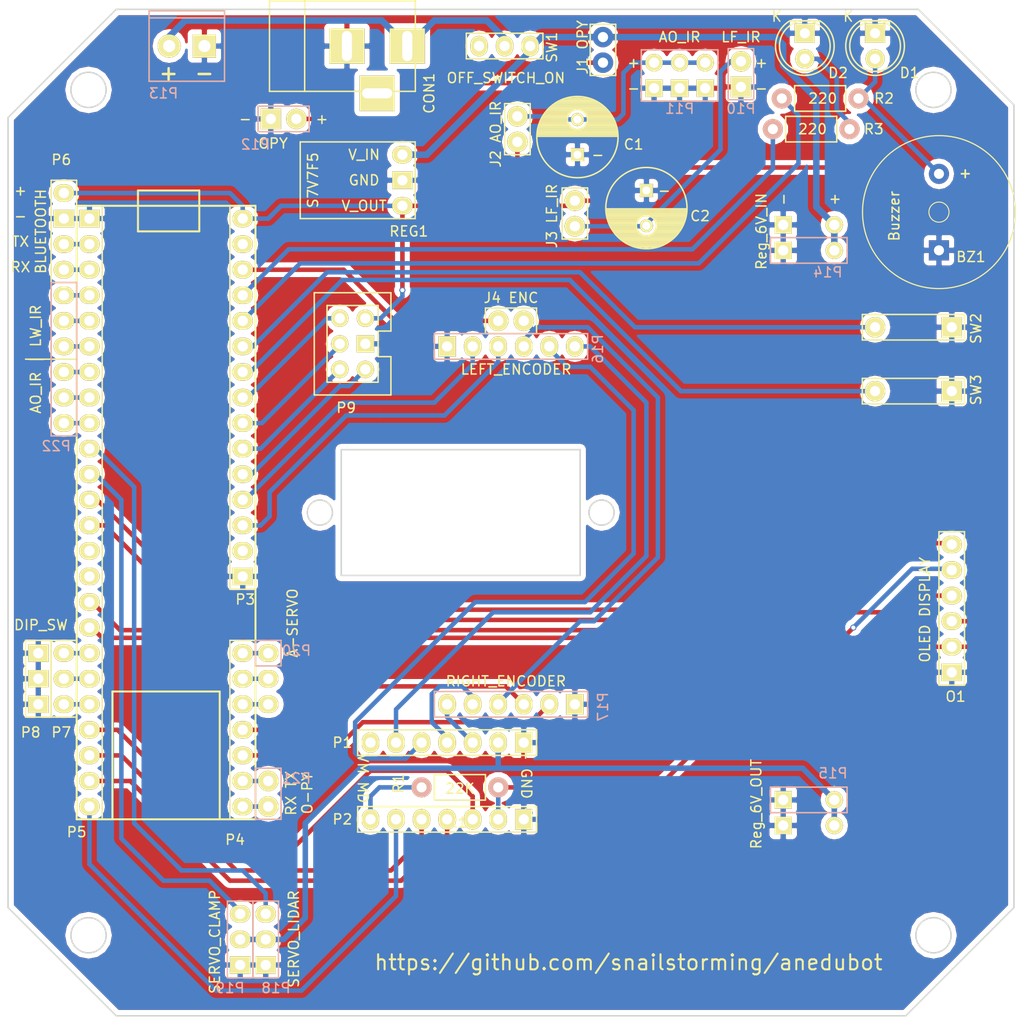
<source format=kicad_pcb>
(kicad_pcb (version 4) (host pcbnew 4.0.7)
  (layers (0 F.Cu signal) (31 B.Cu signal) (34 B.Paste user hide) (35 F.Paste user hide) (36 B.SilkS user) (37 F.SilkS user) (38 B.Mask user) (39 F.Mask user) (44 Edge.Cuts user))
  (net 0 "")
  (net 1 GND)
  (net 2 +5V)
  (net 3 +BATT)
  (net 4 "Net-(D2-Pad2)")
  (net 5 +6V)
  (net 6 O2_B)
  (net 7 O1_B)
  (net 8 O2_A)
  (net 9 O1_A)
  (net 10 "Net-(P5-Pad1)")
  (net 11 "Net-(P11-Pad2)")
  (net 12 "Net-(P25-Pad17)")
  (net 13 "Net-(P25-Pad18)")
  (net 14 "Net-(P25-Pad19)")
  (net 15 "Net-(P25-Pad20)")
  (net 16 "Net-(P25-Pad21)")
  (net 17 "Net-(P25-Pad22)")
  (net 18 "Net-(P25-Pad23)")
  (net 19 "Net-(P32-Pad2)")
  (net 20 "Net-(BZ1-Pad1)")
  (net 21 SERVO_LIDAR_PWM)
  (net 22 SERVO_CLAW_PWM)
  (net 23 A_PH)
  (net 24 A_EN)
  (net 25 B_PH)
  (net 26 B_EN)
  (net 27 "Net-(P24-Pad7)")
  (net 28 "Net-(P24-Pad6)")
  (net 29 "Net-(P24-Pad5)")
  (net 30 "Net-(P11-Pad1)")
  (net 31 R_ENC_B)
  (net 32 R_ENC_A)
  (net 33 L_ENC_A)
  (net 34 L_ENC_B)
  (net 35 BUTTON_2)
  (net 36 BUTTON_1)
  (net 37 RED_LED)
  (net 38 GREEN_LED)
  (net 39 "Net-(P24-Pad22)")
  (net 40 DC)
  (net 41 RES)
  (net 42 D1)
  (net 43 D0)
  (net 44 "Net-(P25-Pad16)")
  (net 45 "Net-(P25-Pad6)")
  (net 46 "Net-(P25-Pad7)")
  (net 47 "Net-(P25-Pad5)")
  (net 48 "Net-(C2-Pad2)")
  (net 49 "Net-(C3-Pad2)")
  (net 50 SCL)
  (net 51 SDA)
  (net 52 X_LEFT)
  (net 53 X_RIGHT)
  (net 54 "Net-(CON1-Pad3)")
  (net 55 "Net-(P16-Pad1)")
  (net 56 "Net-(P4-Pad7)")
  (net 57 "Net-(P16-Pad2)")
  (net 58 LED_13)
  (net 59 "Net-(P24-Pad23)")
  (net 60 "Net-(P25-Pad10)")
  (net 61 "Net-(P25-Pad11)")
  (net 62 "Net-(SW1-Pad3)")
  (module Pin_Headers:Pin_Header_Straight_1x02 (layer F.Cu) (at 69.52 53.645 270)
    (fp_text reference P13 (at 4.699 4.064 360) (layer B.SilkS) (effects (justify mirror)))
    (fp_text value CONN_01X02)
    (pad 1 thru_hole rect (at 0 0 270) (size 2.3 2.3) (drill 1.2) (layers *.Cu *.Mask F.SilkS) (net 1 GND))
    (pad 2 thru_hole oval (at 0 3.5 270) (size 2.3 2.3) (drill 1.2) (layers *.Cu *.Mask F.SilkS) (net 3 +BATT))
  )
  (module Pin_Headers:Pin_Header_Straight_2x02 (layer F.Cu) (at 132.14 128.55 270)
    (fp_text reference P15 (at -2.642 0.136 360) (layer B.SilkS) (effects (justify mirror)))
    (fp_text value Reg_6V_OUT (at 0.406 7.756 270) (layer F.SilkS))
    (pad 1 thru_hole oval (at 0 0 270) (size 1.7272 1.7272) (drill 1.016) (layers *.Cu *.Mask F.SilkS) (net 5 +6V))
    (pad 2 thru_hole oval (at 2.54 0 270) (size 1.7272 1.7272) (drill 1.016) (layers *.Cu *.Mask F.SilkS) (net 5 +6V))
    (pad 3 thru_hole rect (at 0 5.08 270) (size 1.7272 1.7272) (drill 1.016) (layers *.Cu *.Mask F.SilkS) (net 1 GND))
    (pad 4 thru_hole rect (at 2.54 5.08 270) (size 1.7272 1.7272) (drill 1.016) (layers *.Cu *.Mask F.SilkS) (net 1 GND))
  )
  (module Pin_Headers:Pin_Header_Straight_2x02 (layer F.Cu) (at 132.14 71.41 270)
    (fp_text reference P14 (at 4.714 0.644 360) (layer B.SilkS) (effects (justify mirror)))
    (fp_text value Reg_6V_IN (at 0.65 7.248 270) (layer F.SilkS))
    (fp_text user + (at -2.54 0 270) (layer F.SilkS))
    (fp_text user - (at -2.54 5.08 270) (layer F.SilkS))
    (pad 1 thru_hole oval (at 0 0 270) (size 1.7272 1.7272) (drill 1.016) (layers *.Cu *.Mask F.SilkS) (net 55 "Net-(P16-Pad1)"))
    (pad 2 thru_hole oval (at 2.54 0 270) (size 1.7272 1.7272) (drill 1.016) (layers *.Cu *.Mask F.SilkS) (net 55 "Net-(P16-Pad1)"))
    (pad 3 thru_hole rect (at 0 5.08 270) (size 1.7272 1.7272) (drill 1.016) (layers *.Cu *.Mask F.SilkS) (net 1 GND))
    (pad 4 thru_hole rect (at 2.54 5.08 270) (size 1.7272 1.7272) (drill 1.016) (layers *.Cu *.Mask F.SilkS) (net 1 GND))
  )
  (module Pin_Headers:Pin_Header_Straight_1x10 (layer F.Cu) (at 55.55 91.11 180)
    (fp_text reference P22 (at 0.762 -2.286 180) (layer B.SilkS) (effects (justify mirror)))
    (fp_text value "AO_IR | LW_IR" (at 2.794 6.35 270) (layer F.SilkS))
    (pad 1 thru_hole oval (at 0 0 180) (size 2.032 1.7272) (drill 1.016) (layers *.Cu *.Mask F.SilkS) (net 44 "Net-(P25-Pad16)"))
    (pad 2 thru_hole oval (at 0 2.54 180) (size 2.032 1.7272) (drill 1.016) (layers *.Cu *.Mask F.SilkS) (net 12 "Net-(P25-Pad17)"))
    (pad 3 thru_hole oval (at 0 5.08 180) (size 2.032 1.7272) (drill 1.016) (layers *.Cu *.Mask F.SilkS) (net 13 "Net-(P25-Pad18)"))
    (pad 4 thru_hole oval (at 0 7.62 180) (size 2.032 1.7272) (drill 1.016) (layers *.Cu *.Mask F.SilkS) (net 14 "Net-(P25-Pad19)"))
    (pad 5 thru_hole oval (at 0 10.16 180) (size 2.032 1.7272) (drill 1.016) (layers *.Cu *.Mask F.SilkS) (net 15 "Net-(P25-Pad20)"))
    (pad 6 thru_hole oval (at 0 12.7 180) (size 2.032 1.7272) (drill 1.016) (layers *.Cu *.Mask F.SilkS) (net 16 "Net-(P25-Pad21)"))
    (pad 7 thru_hole oval (at 0 15.24 180) (size 2.032 1.7272) (drill 1.016) (layers *.Cu *.Mask F.SilkS) (net 17 "Net-(P25-Pad22)"))
    (pad 8 thru_hole oval (at 0 17.78 180) (size 2.032 1.7272) (drill 1.016) (layers *.Cu *.Mask F.SilkS) (net 18 "Net-(P25-Pad23)"))
    (pad 9 thru_hole rect (at 0 20.32 180) (size 2.032 1.7272) (drill 1.016) (layers *.Cu *.Mask F.SilkS) (net 1 GND))
    (pad 10 thru_hole oval (at 0 22.86 180) (size 2.032 1.7272) (drill 1.016) (layers *.Cu *.Mask F.SilkS) (net 2 +5V))
  )
  (module Pin_Headers:Pin_Header_Straight_1x02 (layer F.Cu) (at 78.664 60.884 270)
    (fp_text reference P12 (at 2.54 4.064 360) (layer B.SilkS) (effects (justify mirror)))
    (fp_text value CONN_RASPY)
    (fp_text user OPY (at 2.4384 2.3114 360) (layer F.SilkS))
    (pad 1 thru_hole oval (at 0 0 270) (size 2.032 2.032) (drill 1.016) (layers *.Cu *.Mask F.SilkS) (net 57 "Net-(P16-Pad2)"))
    (pad 2 thru_hole rect (at 0 2.54 270) (size 2.032 2.032) (drill 1.016) (layers *.Cu *.Mask F.SilkS) (net 1 GND))
  )
  (module Pin_Headers:Pin_Header_Straight_1x03 (layer F.Cu) (at 75.616 139.878)
    (fp_text reference P18 (at 1.016 7.366) (layer B.SilkS) (effects (justify mirror)))
    (fp_text value SERVO_CLAMP (at -5.0546 2.7686 90) (layer F.SilkS))
    (pad 1 thru_hole oval (at 0 0) (size 2.032 1.7272) (drill 1.016) (layers *.Cu *.Mask F.SilkS) (net 22 SERVO_CLAW_PWM))
    (pad 2 thru_hole oval (at 0 2.54) (size 2.032 1.7272) (drill 1.016) (layers *.Cu *.Mask F.SilkS) (net 5 +6V))
    (pad 3 thru_hole rect (at 0 5.08) (size 2.032 1.7272) (drill 1.016) (layers *.Cu *.Mask F.SilkS) (net 1 GND))
  )
  (module Pin_Headers:Pin_Header_Straight_1x03 (layer F.Cu) (at 73.076 139.878)
    (fp_text reference P19 (at -1.016 7.366) (layer B.SilkS) (effects (justify mirror)))
    (fp_text value SERVO_LIDAR (at 5.334 2.4892 90) (layer F.SilkS))
    (pad 1 thru_hole oval (at 0 0) (size 2.032 1.7272) (drill 1.016) (layers *.Cu *.Mask F.SilkS) (net 21 SERVO_LIDAR_PWM))
    (pad 2 thru_hole oval (at 0 2.54) (size 2.032 1.7272) (drill 1.016) (layers *.Cu *.Mask F.SilkS) (net 5 +6V))
    (pad 3 thru_hole rect (at 0 5.08) (size 2.032 1.7272) (drill 1.016) (layers *.Cu *.Mask F.SilkS) (net 1 GND))
  )
  (module Pin_Headers:Pin_Header_Straight_1x06 (layer F.Cu) (at 93.65 119.05 90)
    (fp_text reference P17 (at -0.254 15.494 270) (layer B.SilkS) (effects (justify mirror)))
    (fp_text value RIGHT_ENCODER (at 2.286 5.842 180) (layer F.SilkS))
    (pad 1 thru_hole oval (at 0 0 90) (size 2.032 1.7272) (drill 1.016) (layers *.Cu *.Mask F.SilkS) (net 6 O2_B))
    (pad 2 thru_hole oval (at 0 2.54 90) (size 2.032 1.7272) (drill 1.016) (layers *.Cu *.Mask F.SilkS) (net 7 O1_B))
    (pad 3 thru_hole oval (at 0 5.08 90) (size 2.032 1.7272) (drill 1.016) (layers *.Cu *.Mask F.SilkS) (net 19 "Net-(P32-Pad2)"))
    (pad 4 thru_hole oval (at 0 7.62 90) (size 2.032 1.7272) (drill 1.016) (layers *.Cu *.Mask F.SilkS) (net 32 R_ENC_A))
    (pad 5 thru_hole oval (at 0 10.16 90) (size 2.032 1.7272) (drill 1.016) (layers *.Cu *.Mask F.SilkS) (net 31 R_ENC_B))
    (pad 6 thru_hole rect (at 0 12.7 90) (size 2.032 1.7272) (drill 1.016) (layers *.Cu *.Mask F.SilkS) (net 1 GND))
  )
  (module Pin_Headers:Pin_Header_Straight_1x06 (layer F.Cu) (at 106.35 83.49 270)
    (fp_text reference P16 (at 0.254 -2.286 270) (layer B.SilkS) (effects (justify mirror)))
    (fp_text value LEFT_ENCODER (at 2.286 5.842 360) (layer F.SilkS))
    (pad 1 thru_hole oval (at 0 0 270) (size 2.032 1.7272) (drill 1.016) (layers *.Cu *.Mask F.SilkS) (net 9 O1_A))
    (pad 2 thru_hole oval (at 0 2.54 270) (size 2.032 1.7272) (drill 1.016) (layers *.Cu *.Mask F.SilkS) (net 8 O2_A))
    (pad 3 thru_hole oval (at 0 5.08 270) (size 2.032 1.7272) (drill 1.016) (layers *.Cu *.Mask F.SilkS) (net 19 "Net-(P32-Pad2)"))
    (pad 4 thru_hole oval (at 0 7.62 270) (size 2.032 1.7272) (drill 1.016) (layers *.Cu *.Mask F.SilkS) (net 33 L_ENC_A))
    (pad 5 thru_hole oval (at 0 10.16 270) (size 2.032 1.7272) (drill 1.016) (layers *.Cu *.Mask F.SilkS) (net 34 L_ENC_B))
    (pad 6 thru_hole rect (at 0 12.7 270) (size 2.032 1.7272) (drill 1.016) (layers *.Cu *.Mask F.SilkS) (net 1 GND))
  )
  (module Pin_Headers:Pin_Header_Straight_1x02 (layer F.Cu) (at 75.87 126.67)
    (fp_text reference P21 (at 2.794 -0.254) (layer B.SilkS) (effects (justify mirror)))
    (fp_text value CONN_01X02)
    (pad 1 thru_hole oval (at 0 0) (size 2.032 2.032) (drill 1.016) (layers *.Cu *.Mask F.SilkS) (net 30 "Net-(P11-Pad1)"))
    (pad 2 thru_hole oval (at 0 2.54) (size 2.032 2.032) (drill 1.016) (layers *.Cu *.Mask F.SilkS) (net 11 "Net-(P11-Pad2)"))
  )
  (module Pin_Headers:Pin_Header_Straight_1x03 (layer F.Cu) (at 75.87 113.97)
    (fp_text reference P20 (at 2.794 -0.254) (layer B.SilkS) (effects (justify mirror)))
    (fp_text value CONN_01X03)
    (pad 1 thru_hole oval (at 0 0) (size 2.032 1.7272) (drill 1.016) (layers *.Cu *.Mask F.SilkS) (net 27 "Net-(P24-Pad7)"))
    (pad 2 thru_hole oval (at 0 2.54) (size 2.032 1.7272) (drill 1.016) (layers *.Cu *.Mask F.SilkS) (net 28 "Net-(P24-Pad6)"))
    (pad 3 thru_hole oval (at 0 5.08) (size 2.032 1.7272) (drill 1.016) (layers *.Cu *.Mask F.SilkS) (net 29 "Net-(P24-Pad5)"))
  )
  (module Pin_Headers:Pin_Header_Straight_2x03 (layer F.Cu) (at 114.224 57.836 90)
    (fp_text reference P11 (at -2.032 2.54 180) (layer B.SilkS) (effects (justify mirror)))
    (fp_text value IR_SENSORS)
    (pad 1 thru_hole rect (at 0 0 90) (size 1.7272 1.7272) (drill 1.016) (layers *.Cu *.Mask F.SilkS) (net 1 GND))
    (pad 2 thru_hole oval (at 2.54 0 90) (size 1.7272 1.7272) (drill 1.016) (layers *.Cu *.Mask F.SilkS) (net 49 "Net-(C3-Pad2)"))
    (pad 3 thru_hole rect (at 0 2.54 90) (size 1.7272 1.7272) (drill 1.016) (layers *.Cu *.Mask F.SilkS) (net 1 GND))
    (pad 4 thru_hole oval (at 2.54 2.54 90) (size 1.7272 1.7272) (drill 1.016) (layers *.Cu *.Mask F.SilkS) (net 49 "Net-(C3-Pad2)"))
    (pad 5 thru_hole rect (at 0 5.08 90) (size 1.7272 1.7272) (drill 1.016) (layers *.Cu *.Mask F.SilkS) (net 1 GND))
    (pad 6 thru_hole oval (at 2.54 5.08 90) (size 1.7272 1.7272) (drill 1.016) (layers *.Cu *.Mask F.SilkS) (net 49 "Net-(C3-Pad2)"))
  )
  (module Pin_Headers:Pin_Header_Straight_1x02 (layer F.Cu) (at 122.86 57.709 180)
    (fp_text reference P10 (at 0 -2.159 180) (layer B.SilkS) (effects (justify mirror)))
    (fp_text value AO_IR (at 6.096 4.953 180) (layer F.SilkS))
    (pad 1 thru_hole rect (at 0 0 180) (size 2.032 2.032) (drill 1.016) (layers *.Cu *.Mask F.SilkS) (net 1 GND))
    (pad 2 thru_hole oval (at 0 2.54 180) (size 2.032 2.032) (drill 1.016) (layers *.Cu *.Mask F.SilkS) (net 48 "Net-(C2-Pad2)"))
  )
  (module Pin_Headers:Pin_Header_Straight_1x02 (layer F.Cu) (at 106.35 69.012)
    (fp_text reference "J3 LF_IR" (at -2.286 1.524 90) (layer F.SilkS))
    (fp_text value CONN_01X02)
    (pad 1 thru_hole oval (at 0 0) (size 2.032 2.032) (drill 1.016) (layers *.Cu *.Mask F.SilkS) (net 2 +5V))
    (pad 2 thru_hole oval (at 0 2.54) (size 2.032 2.032) (drill 1.016) (layers *.Cu *.Mask F.SilkS) (net 48 "Net-(C2-Pad2)"))
  )
  (module Pin_Headers:Pin_Header_Straight_1x02 (layer F.Cu) (at 100.635 63.17 180)
    (fp_text reference "J2 AO_IR" (at 2.159 0.762 270) (layer F.SilkS))
    (fp_text value CONN_01X02)
    (pad 1 thru_hole oval (at 0 0 180) (size 2.032 2.032) (drill 1.016) (layers *.Cu *.Mask F.SilkS) (net 2 +5V))
    (pad 2 thru_hole oval (at 0 2.54 180) (size 2.032 2.032) (drill 1.016) (layers *.Cu *.Mask F.SilkS) (net 49 "Net-(C3-Pad2)"))
  )
  (module Pin_Headers:Pin_Header_Straight_1x02 (layer F.Cu) (at 138.735 87.935 270)
    (fp_text reference SW3 (at -0.127 -7.493 270) (layer F.SilkS))
    (fp_text value SW_PUSH)
    (pad 1 thru_hole rect (at 0 -5.08 270) (size 2.032 2.032) (drill 1.016) (layers *.Cu *.Mask F.SilkS) (net 1 GND))
    (pad 2 thru_hole oval (at 0 2.54 270) (size 2.032 2.032) (drill 1.016) (layers *.Cu *.Mask F.SilkS) (net 35 BUTTON_2))
  )
  (module Pin_Headers:Pin_Header_Straight_1x02 (layer F.Cu) (at 138.735 81.585 270)
    (fp_text reference SW2 (at 0.127 -7.493 270) (layer F.SilkS))
    (fp_text value SW_PUSH)
    (pad 1 thru_hole rect (at 0 -5.08 270) (size 2.032 2.032) (drill 1.016) (layers *.Cu *.Mask F.SilkS) (net 1 GND))
    (pad 2 thru_hole oval (at 0 2.54 270) (size 2.032 2.032) (drill 1.016) (layers *.Cu *.Mask F.SilkS) (net 36 BUTTON_1))
  )
  (module Pin_Headers:Pin_Header_Straight_1x07 (layer F.Cu) (at 86.03 130.48 90)
    (fp_text reference P2 (at 0 -2.794 180) (layer F.SilkS))
    (fp_text value MOTOR_DRIVER)
    (pad 1 thru_hole oval (at 0 0 90) (size 2.032 1.7272) (drill 1.016) (layers *.Cu *.Mask F.SilkS) (net 10 "Net-(P5-Pad1)"))
    (pad 2 thru_hole oval (at 0 2.54 90) (size 2.032 1.7272) (drill 1.016) (layers *.Cu *.Mask F.SilkS) (net 23 A_PH))
    (pad 3 thru_hole oval (at 0 5.08 90) (size 2.032 1.7272) (drill 1.016) (layers *.Cu *.Mask F.SilkS) (net 24 A_EN))
    (pad 4 thru_hole oval (at 0 7.62 90) (size 2.032 1.7272) (drill 1.016) (layers *.Cu *.Mask F.SilkS) (net 25 B_PH))
    (pad 5 thru_hole oval (at 0 10.16 90) (size 2.032 1.7272) (drill 1.016) (layers *.Cu *.Mask F.SilkS) (net 26 B_EN))
    (pad 6 thru_hole oval (at 0 12.7 90) (size 2.032 1.7272) (drill 1.016) (layers *.Cu *.Mask F.SilkS) (net 2 +5V))
    (pad 7 thru_hole rect (at 0 15.24 90) (size 2.032 1.7272) (drill 1.016) (layers *.Cu *.Mask F.SilkS) (net 1 GND))
  )
  (module Pin_Headers:Pin_Header_Straight_1x07 (layer F.Cu) (at 101.27 122.86 270)
    (fp_text reference P1 (at 0 18.034 360) (layer F.SilkS))
    (fp_text value MOTOR_DRIVER)
    (pad 1 thru_hole rect (at 0 0 270) (size 2.032 1.7272) (drill 1.016) (layers *.Cu *.Mask F.SilkS) (net 1 GND))
    (pad 2 thru_hole oval (at 0 2.54 270) (size 2.032 1.7272) (drill 1.016) (layers *.Cu *.Mask F.SilkS) (net 5 +6V))
    (pad 3 thru_hole oval (at 0 5.08 270) (size 2.032 1.7272) (drill 1.016) (layers *.Cu *.Mask F.SilkS) (net 6 O2_B))
    (pad 4 thru_hole oval (at 0 7.62 270) (size 2.032 1.7272) (drill 1.016) (layers *.Cu *.Mask F.SilkS) (net 7 O1_B))
    (pad 5 thru_hole oval (at 0 10.16 270) (size 2.032 1.7272) (drill 1.016) (layers *.Cu *.Mask F.SilkS) (net 8 O2_A))
    (pad 6 thru_hole oval (at 0 12.7 270) (size 2.032 1.7272) (drill 1.016) (layers *.Cu *.Mask F.SilkS) (net 9 O1_A))
    (pad 7 thru_hole oval (at 0 15.24 270) (size 2.032 1.7272) (drill 1.016) (layers *.Cu *.Mask F.SilkS) (net 56 "Net-(P4-Pad7)"))
  )
  (module Pin_Headers:Pin_Header_Straight_1x02 (layer F.Cu) (at 98.73 80.95 90)
    (fp_text reference "J4 ENC" (at 2.286 1.27 180) (layer F.SilkS))
    (fp_text value CONN_01X02)
    (pad 1 thru_hole oval (at 0 0 90) (size 2.032 2.032) (drill 1.016) (layers *.Cu *.Mask F.SilkS) (net 39 "Net-(P24-Pad22)"))
    (pad 2 thru_hole oval (at 0 2.54 90) (size 2.032 2.032) (drill 1.016) (layers *.Cu *.Mask F.SilkS) (net 19 "Net-(P32-Pad2)"))
  )
  (module Pin_Headers:Pin_Header_Straight_2x03 (layer F.Cu) (at 82.982 80.696)
    (fp_text reference P9 (at 0.635 8.89) (layer F.SilkS))
    (fp_text value CONN_02X03)
    (pad 1 thru_hole oval (at 0 0) (size 1.7272 1.7272) (drill 1.016) (layers *.Cu *.Mask F.SilkS) (net 50 SCL))
    (pad 2 thru_hole oval (at 2.54 0) (size 1.7272 1.7272) (drill 1.016) (layers *.Cu *.Mask F.SilkS) (net 2 +5V))
    (pad 3 thru_hole oval (at 0 2.54) (size 1.7272 1.7272) (drill 1.016) (layers *.Cu *.Mask F.SilkS) (net 51 SDA))
    (pad 4 thru_hole rect (at 2.54 2.54) (size 1.7272 1.7272) (drill 1.016) (layers *.Cu *.Mask F.SilkS) (net 1 GND))
    (pad 5 thru_hole oval (at 0 5.08) (size 1.7272 1.7272) (drill 1.016) (layers *.Cu *.Mask F.SilkS) (net 52 X_LEFT))
    (pad 6 thru_hole oval (at 2.54 5.08) (size 1.7272 1.7272) (drill 1.016) (layers *.Cu *.Mask F.SilkS) (net 53 X_RIGHT))
  )
  (module Pin_Headers:Pin_Header_Straight_1x03 (layer F.Cu) (at 101.905 53.645 270)
    (fp_text reference SW1 (at 0.127 -2.159 270) (layer F.SilkS))
    (fp_text value OFF_SWITCH_ON (at 3.175 2.413 360) (layer F.SilkS))
    (pad 1 thru_hole oval (at 0 0 270) (size 2.032 1.7272) (drill 1.016) (layers *.Cu *.Mask F.SilkS) (net 55 "Net-(P16-Pad1)"))
    (pad 2 thru_hole oval (at 0 2.54 270) (size 2.032 1.7272) (drill 1.016) (layers *.Cu *.Mask F.SilkS) (net 3 +BATT))
    (pad 3 thru_hole oval (at 0 5.08 270) (size 2.032 1.7272) (drill 1.016) (layers *.Cu *.Mask F.SilkS) (net 62 "Net-(SW1-Pad3)"))
  )
  (module Pin_Headers:Pin_Header_Straight_1x02 (layer F.Cu) (at 109.144 52.756)
    (fp_text reference "J1 OPY" (at -2.032 1.016 90) (layer F.SilkS))
    (fp_text value CONN_RASPY)
    (pad 1 thru_hole oval (at 0 0) (size 2.032 2.032) (drill 1.016) (layers *.Cu *.Mask) (net 55 "Net-(P16-Pad1)"))
    (pad 2 thru_hole oval (at 0 2.54) (size 2.032 2.032) (drill 1.016) (layers *.Cu *.Mask) (net 57 "Net-(P16-Pad2)"))
  )
  (module Pin_Headers:Pin_Header_Straight_1x06 (layer F.Cu) (at 143.815 103.175)
    (fp_text reference O1 (at 0.381 15.113) (layer F.SilkS))
    (fp_text value "OLED DISPLAY" (at -2.667 6.477 90) (layer F.SilkS))
    (pad 1 thru_hole oval (at 0 0) (size 2.032 1.7272) (drill 1.016) (layers *.Cu *.Mask F.SilkS) (net 40 DC))
    (pad 2 thru_hole oval (at 0 2.54) (size 2.032 1.7272) (drill 1.016) (layers *.Cu *.Mask F.SilkS) (net 41 RES))
    (pad 3 thru_hole oval (at 0 5.08) (size 2.032 1.7272) (drill 1.016) (layers *.Cu *.Mask F.SilkS) (net 42 D1))
    (pad 4 thru_hole oval (at 0 7.62) (size 2.032 1.7272) (drill 1.016) (layers *.Cu *.Mask F.SilkS) (net 43 D0))
    (pad 5 thru_hole oval (at 0 10.16) (size 2.032 1.7272) (drill 1.016) (layers *.Cu *.Mask F.SilkS) (net 2 +5V))
    (pad 6 thru_hole rect (at 0 12.7) (size 2.032 1.7272) (drill 1.016) (layers *.Cu *.Mask F.SilkS) (net 1 GND))
  )
  (module Pin_Headers:Pin_Header_Straight_1x03 (layer F.Cu) (at 53.01 119.05 180)
    (fp_text reference P8 (at 0.762 -2.794 180) (layer F.SilkS))
    (fp_text value DIP_SWITCH)
    (pad 1 thru_hole rect (at 0 0 180) (size 2.032 1.7272) (drill 1.016) (layers *.Cu *.Mask F.SilkS) (net 1 GND))
    (pad 2 thru_hole rect (at 0 2.54 180) (size 2.032 1.7272) (drill 1.016) (layers *.Cu *.Mask F.SilkS) (net 1 GND))
    (pad 3 thru_hole rect (at 0 5.08 180) (size 2.032 1.7272) (drill 1.016) (layers *.Cu *.Mask F.SilkS) (net 1 GND))
  )
  (module Pin_Headers:Pin_Header_Straight_1x03 (layer F.Cu) (at 55.55 119.05 180)
    (fp_text reference P7 (at 0.254 -2.794 180) (layer F.SilkS))
    (fp_text value DIP_SW (at 2.286 7.874 180) (layer F.SilkS))
    (pad 1 thru_hole oval (at 0 0 180) (size 2.032 1.7272) (drill 1.016) (layers *.Cu *.Mask F.SilkS) (net 47 "Net-(P25-Pad5)"))
    (pad 2 thru_hole oval (at 0 2.54 180) (size 2.032 1.7272) (drill 1.016) (layers *.Cu *.Mask F.SilkS) (net 45 "Net-(P25-Pad6)"))
    (pad 3 thru_hole oval (at 0 5.08 180) (size 2.032 1.7272) (drill 1.016) (layers *.Cu *.Mask F.SilkS) (net 46 "Net-(P25-Pad7)"))
  )
  (module Pin_Headers:Pin_Header_Straight_1x24 (layer F.Cu) (at 58.09 129.21 180)
    (fp_text reference P5 (at 1.27 -2.54 180) (layer F.SilkS))
    (fp_text value CONN_01X24)
    (pad 1 thru_hole oval (at 0 0 180) (size 2.032 1.7272) (drill 1.016) (layers *.Cu *.Mask F.SilkS) (net 23 A_PH))
    (pad 2 thru_hole oval (at 0 2.54 180) (size 2.032 1.7272) (drill 1.016) (layers *.Cu *.Mask F.SilkS) (net 25 B_PH))
    (pad 3 thru_hole oval (at 0 5.08 180) (size 2.032 1.7272) (drill 1.016) (layers *.Cu *.Mask F.SilkS) (net 24 A_EN))
    (pad 4 thru_hole oval (at 0 7.62 180) (size 2.032 1.7272) (drill 1.016) (layers *.Cu *.Mask F.SilkS) (net 26 B_EN))
    (pad 5 thru_hole oval (at 0 10.16 180) (size 2.032 1.7272) (drill 1.016) (layers *.Cu *.Mask F.SilkS) (net 47 "Net-(P25-Pad5)"))
    (pad 6 thru_hole oval (at 0 12.7 180) (size 2.032 1.7272) (drill 1.016) (layers *.Cu *.Mask F.SilkS) (net 45 "Net-(P25-Pad6)"))
    (pad 7 thru_hole oval (at 0 15.24 180) (size 2.032 1.7272) (drill 1.016) (layers *.Cu *.Mask F.SilkS) (net 46 "Net-(P25-Pad7)"))
    (pad 8 thru_hole oval (at 0 17.78 180) (size 2.032 1.7272) (drill 1.016) (layers *.Cu *.Mask F.SilkS) (net 41 RES))
    (pad 9 thru_hole oval (at 0 20.32 180) (size 2.032 1.7272) (drill 1.016) (layers *.Cu *.Mask F.SilkS) (net 42 D1))
    (pad 10 thru_hole oval (at 0 22.86 180) (size 2.032 1.7272) (drill 1.016) (layers *.Cu *.Mask F.SilkS) (net 60 "Net-(P25-Pad10)"))
    (pad 11 thru_hole oval (at 0 25.4 180) (size 2.032 1.7272) (drill 1.016) (layers *.Cu *.Mask F.SilkS) (net 61 "Net-(P25-Pad11)"))
    (pad 12 thru_hole oval (at 0 27.94 180) (size 2.032 1.7272) (drill 1.016) (layers *.Cu *.Mask F.SilkS) (net 40 DC))
    (pad 13 thru_hole oval (at 0 30.48 180) (size 2.032 1.7272) (drill 1.016) (layers *.Cu *.Mask F.SilkS) (net 43 D0))
    (pad 14 thru_hole oval (at 0 33.02 180) (size 2.032 1.7272) (drill 1.016) (layers *.Cu *.Mask F.SilkS) (net 21 SERVO_LIDAR_PWM))
    (pad 15 thru_hole oval (at 0 35.56 180) (size 2.032 1.7272) (drill 1.016) (layers *.Cu *.Mask F.SilkS) (net 22 SERVO_CLAW_PWM))
    (pad 16 thru_hole oval (at 0 38.1 180) (size 2.032 1.7272) (drill 1.016) (layers *.Cu *.Mask F.SilkS) (net 44 "Net-(P25-Pad16)"))
    (pad 17 thru_hole oval (at 0 40.64 180) (size 2.032 1.7272) (drill 1.016) (layers *.Cu *.Mask F.SilkS) (net 12 "Net-(P25-Pad17)"))
    (pad 18 thru_hole oval (at 0 43.18 180) (size 2.032 1.7272) (drill 1.016) (layers *.Cu *.Mask F.SilkS) (net 13 "Net-(P25-Pad18)"))
    (pad 19 thru_hole oval (at 0 45.72 180) (size 2.032 1.7272) (drill 1.016) (layers *.Cu *.Mask F.SilkS) (net 14 "Net-(P25-Pad19)"))
    (pad 20 thru_hole oval (at 0 48.26 180) (size 2.032 1.7272) (drill 1.016) (layers *.Cu *.Mask F.SilkS) (net 15 "Net-(P25-Pad20)"))
    (pad 21 thru_hole oval (at 0 50.8 180) (size 2.032 1.7272) (drill 1.016) (layers *.Cu *.Mask F.SilkS) (net 16 "Net-(P25-Pad21)"))
    (pad 22 thru_hole oval (at 0 53.34 180) (size 2.032 1.7272) (drill 1.016) (layers *.Cu *.Mask F.SilkS) (net 17 "Net-(P25-Pad22)"))
    (pad 23 thru_hole oval (at 0 55.88 180) (size 2.032 1.7272) (drill 1.016) (layers *.Cu *.Mask F.SilkS) (net 18 "Net-(P25-Pad23)"))
    (pad 24 thru_hole rect (at 0 58.42 180) (size 2.032 1.7272) (drill 1.016) (layers *.Cu *.Mask F.SilkS) (net 1 GND))
  )
  (module Pin_Headers:Pin_Header_Straight_1x24 (layer F.Cu) (at 73.33 129.21 180)
    (fp_text reference P4 (at 0.762 -3.302 180) (layer F.SilkS))
    (fp_text value CONN_01X24)
    (pad 1 thru_hole oval (at 0 0 180) (size 2.032 1.7272) (drill 1.016) (layers *.Cu *.Mask F.SilkS) (net 11 "Net-(P11-Pad2)"))
    (pad 2 thru_hole oval (at 0 2.54 180) (size 2.032 1.7272) (drill 1.016) (layers *.Cu *.Mask F.SilkS) (net 30 "Net-(P11-Pad1)"))
    (pad 3 thru_hole oval (at 0 5.08 180) (size 2.032 1.7272) (drill 1.016) (layers *.Cu *.Mask F.SilkS) (net 31 R_ENC_B))
    (pad 4 thru_hole oval (at 0 7.62 180) (size 2.032 1.7272) (drill 1.016) (layers *.Cu *.Mask F.SilkS) (net 32 R_ENC_A))
    (pad 5 thru_hole oval (at 0 10.16 180) (size 2.032 1.7272) (drill 1.016) (layers *.Cu *.Mask F.SilkS) (net 29 "Net-(P24-Pad5)"))
    (pad 6 thru_hole oval (at 0 12.7 180) (size 2.032 1.7272) (drill 1.016) (layers *.Cu *.Mask F.SilkS) (net 28 "Net-(P24-Pad6)"))
    (pad 7 thru_hole oval (at 0 15.24 180) (size 2.032 1.7272) (drill 1.016) (layers *.Cu *.Mask F.SilkS) (net 27 "Net-(P24-Pad7)"))
    (pad 10 thru_hole rect (at 0 22.86 180) (size 2.032 1.7272) (drill 1.016) (layers *.Cu *.Mask F.SilkS) (net 1 GND))
    (pad 11 thru_hole oval (at 0 25.4 180) (size 2.032 1.7272) (drill 1.016) (layers *.Cu *.Mask F.SilkS) (net 58 LED_13))
    (pad 12 thru_hole oval (at 0 27.94 180) (size 2.032 1.7272) (drill 1.016) (layers *.Cu *.Mask F.SilkS) (net 33 L_ENC_A))
    (pad 13 thru_hole oval (at 0 30.48 180) (size 2.032 1.7272) (drill 1.016) (layers *.Cu *.Mask F.SilkS) (net 34 L_ENC_B))
    (pad 14 thru_hole oval (at 0 33.02 180) (size 2.032 1.7272) (drill 1.016) (layers *.Cu *.Mask F.SilkS) (net 53 X_RIGHT))
    (pad 15 thru_hole oval (at 0 35.56 180) (size 2.032 1.7272) (drill 1.016) (layers *.Cu *.Mask F.SilkS) (net 52 X_LEFT))
    (pad 16 thru_hole oval (at 0 38.1 180) (size 2.032 1.7272) (drill 1.016) (layers *.Cu *.Mask F.SilkS) (net 51 SDA))
    (pad 17 thru_hole oval (at 0 40.64 180) (size 2.032 1.7272) (drill 1.016) (layers *.Cu *.Mask F.SilkS) (net 50 SCL))
    (pad 18 thru_hole oval (at 0 43.18 180) (size 2.032 1.7272) (drill 1.016) (layers *.Cu *.Mask F.SilkS) (net 35 BUTTON_2))
    (pad 19 thru_hole oval (at 0 45.72 180) (size 2.032 1.7272) (drill 1.016) (layers *.Cu *.Mask F.SilkS) (net 36 BUTTON_1))
    (pad 20 thru_hole oval (at 0 48.26 180) (size 2.032 1.7272) (drill 1.016) (layers *.Cu *.Mask F.SilkS) (net 37 RED_LED))
    (pad 21 thru_hole oval (at 0 50.8 180) (size 2.032 1.7272) (drill 1.016) (layers *.Cu *.Mask F.SilkS) (net 38 GREEN_LED))
    (pad 22 thru_hole oval (at 0 53.34 180) (size 2.032 1.7272) (drill 1.016) (layers *.Cu *.Mask F.SilkS) (net 39 "Net-(P24-Pad22)"))
    (pad 23 thru_hole oval (at 0 55.88 180) (size 2.032 1.7272) (drill 1.016) (layers *.Cu *.Mask F.SilkS) (net 59 "Net-(P24-Pad23)"))
    (pad 24 thru_hole oval (at 0 58.42 180) (size 2.032 1.7272) (drill 1.016) (layers *.Cu *.Mask F.SilkS) (net 2 +5V))
  )
  (module Pin_Headers:Pin_Header_Straight_1x03 (layer F.Cu) (at 89.205 69.52 180)
    (fp_text reference REG1 (at -0.635 -2.54 180) (layer F.SilkS))
    (fp_text value S7V7F5 (at 8.89 2.54 270) (layer F.SilkS))
    (fp_text user GND (at 3.81 2.54 180) (layer F.SilkS))
    (fp_text user V_OUT (at 3.81 0 180) (layer F.SilkS))
    (fp_text user V_IN (at 3.81 5.08 180) (layer F.SilkS))
    (pad 1 thru_hole oval (at 0 0 180) (size 2.032 1.7272) (drill 1.016) (layers *.Cu *.Mask F.SilkS) (net 2 +5V))
    (pad 2 thru_hole rect (at 0 2.54 180) (size 2.032 1.7272) (drill 1.016) (layers *.Cu *.Mask F.SilkS) (net 1 GND))
    (pad 3 thru_hole oval (at 0 5.08 180) (size 2.032 1.7272) (drill 1.016) (layers *.Cu *.Mask F.SilkS) (net 55 "Net-(P16-Pad1)"))
  )
  (module Buzzers_Beepers:Buzzer_15x7.5RM7.6 (layer F.Cu) (at 142.545 66.345 270)
    (fp_text reference BZ1 (at 8.255 -3.175 540) (layer F.SilkS))
    (fp_text value Buzzer (at 4.191 4.445 270) (layer F.SilkS))
    (fp_text user + (at -0.01 -2.54 270) (layer F.SilkS))
    (fp_text user + (at -0.01 -2.54 270) (layer F.SilkS))
    (pad 1 thru_hole oval (at 0 0 270) (size 2 2) (drill 1) (layers *.Cu *.Mask) (net 20 "Net-(BZ1-Pad1)"))
    (pad 2 thru_hole rect (at 7.6 0 270) (size 2 2) (drill 1) (layers *.Cu *.Mask) (net 1 GND))
  )
  (module LEDs:LED-5MM (layer F.Cu) (at 136.195 52.375 270)
    (fp_text reference D1 (at 3.937 -3.429 360) (layer F.SilkS))
    (fp_text value LED)
    (fp_text user K (at -1.651 2.667 360) (layer F.SilkS))
    (pad 1 thru_hole rect (at 0 0) (size 2 1.9) (drill 1.00076) (layers *.Cu *.Mask F.SilkS) (net 1 GND))
    (pad 2 thru_hole circle (at 2.54 0 270) (size 1.9 1.9) (drill 1.00076) (layers *.Cu *.Mask F.SilkS) (net 20 "Net-(BZ1-Pad1)"))
  )
  (module Capacitors_ThroughHole:C_Radial_D8_L11.5_P3.5 (layer F.Cu) (at 113.462 67.996 270)
    (fp_text reference C2 (at 2.54 -5.334 360) (layer F.SilkS))
    (fp_text value C)
    (pad 2 thru_hole circle (at 3.5 0 270) (size 1.3 1.3) (drill 0.8) (layers *.Cu *.Mask F.SilkS) (net 48 "Net-(C2-Pad2)"))
    (pad 1 thru_hole rect (at 0 0 270) (size 1.3 1.3) (drill 0.8) (layers *.Cu *.Mask F.SilkS) (net 1 GND))
  )
  (module Capacitors_ThroughHole:C_Radial_D8_L11.5_P3.5 (layer F.Cu) (at 106.604 64.44 90)
    (fp_text reference C1 (at 1.016 5.588 180) (layer F.SilkS))
    (fp_text value C)
    (pad 2 thru_hole circle (at 3.5 0 90) (size 1.3 1.3) (drill 0.8) (layers *.Cu *.Mask F.SilkS) (net 49 "Net-(C3-Pad2)"))
    (pad 1 thru_hole rect (at 0 0 90) (size 1.3 1.3) (drill 0.8) (layers *.Cu *.Mask F.SilkS) (net 1 GND))
  )
  (module Connect:BARREL_JACK (layer F.Cu) (at 83.49 53.645)
    (fp_text reference CON1 (at 8.382 4.699 90) (layer F.SilkS))
    (fp_text value BARREL_JACK)
    (pad 1 thru_hole rect (at 6.20014 0) (size 3.50012 3.50012) (drill oval 1.00076 2.99974) (layers *.Cu *.Mask F.SilkS) (net 3 +BATT))
    (pad 2 thru_hole rect (at 0.20066 0) (size 3.50012 3.50012) (drill oval 1.00076 2.99974) (layers *.Cu *.Mask F.SilkS) (net 1 GND))
    (pad 3 thru_hole rect (at 3.2004 4.699) (size 3.50012 3.50012) (drill oval 2.99974 1.00076) (layers *.Cu *.Mask F.SilkS) (net 54 "Net-(CON1-Pad3)"))
  )
  (module LEDs:LED-5MM (layer F.Cu) (at 129.21 52.375 270)
    (fp_text reference D2 (at 3.937 -3.302 360) (layer F.SilkS))
    (fp_text value LED)
    (fp_text user K (at -1.651 2.794 360) (layer F.SilkS))
    (pad 1 thru_hole rect (at 0 0) (size 2 1.9) (drill 1.00076) (layers *.Cu *.Mask F.SilkS) (net 1 GND))
    (pad 2 thru_hole circle (at 2.54 0 270) (size 1.9 1.9) (drill 1.00076) (layers *.Cu *.Mask F.SilkS) (net 4 "Net-(D2-Pad2)"))
  )
  (module Resistors_ThroughHole:Resistor_Horizontal_RM7mm (layer F.Cu) (at 98.73 127.305 180)
    (fp_text reference R1 (at 4.05892 -3.50012 180) (layer F.SilkS))
    (fp_text value R)
    (pad 1 thru_hole circle (at 0 0 180) (size 1.99898 1.99898) (drill 1.00076) (layers *.Cu *.SilkS *.Mask) (net 2 +5V))
    (pad 2 thru_hole circle (at 7.62 0 180) (size 1.99898 1.99898) (drill 1.00076) (layers *.Cu *.SilkS *.Mask) (net 10 "Net-(P5-Pad1)"))
  )
  (module Resistors_ThroughHole:Resistor_Horizontal_RM7mm (layer F.Cu) (at 126.924 58.852)
    (fp_text reference R2 (at 10.16 0) (layer F.SilkS))
    (fp_text value R)
    (pad 1 thru_hole circle (at 0 0) (size 1.99898 1.99898) (drill 1.00076) (layers *.Cu *.SilkS *.Mask) (net 37 RED_LED))
    (pad 2 thru_hole circle (at 7.62 0) (size 1.99898 1.99898) (drill 1.00076) (layers *.Cu *.SilkS *.Mask) (net 20 "Net-(BZ1-Pad1)"))
  )
  (module Resistors_ThroughHole:Resistor_Horizontal_RM7mm (layer F.Cu) (at 126.035 61.9)
    (fp_text reference R3 (at 10.033 0) (layer F.SilkS))
    (fp_text value R)
    (pad 1 thru_hole circle (at 0 0) (size 1.99898 1.99898) (drill 1.00076) (layers *.Cu *.SilkS *.Mask) (net 38 GREEN_LED))
    (pad 2 thru_hole circle (at 7.62 0) (size 1.99898 1.99898) (drill 1.00076) (layers *.Cu *.SilkS *.Mask) (net 4 "Net-(D2-Pad2)"))
  )
  (gr_text A-SERVO (at 78.283 110.9728 90) (layer F.SilkS) (effects (font (size 1 1))))
  (gr_text "RX TX\nO-PY" (at 78.9434 127.8892 90) (layer F.SilkS) (effects (font (size 1 1))))
  (gr_text + (at 65.964 56.312) (layer F.SilkS) (effects (font (size 1.5 1.5) (thickness 0.25))))
  (gr_text - (at 69.52 56.312) (layer F.SilkS) (effects (font (size 1.5 1.5) (thickness 0.25))))
  (gr_text "VM MD" (at 85.268 126.416 270) (layer F.SilkS) (effects (font (size 1 1))))
  (gr_text "- GND -\n" (at 101.524 126.924 270) (layer F.SilkS) (effects (font (size 1 1))))
  (gr_text https://github.com/snailstorming/anedubot (at 111.684 144.704) (layer F.SilkS) (effects (font (size 1.5 1.5) (thickness 0.2))))
  (gr_text + (at 81.204 60.884) (layer F.SilkS) (effects (font (size 1 1))))
  (gr_text - (at 73.584 60.884) (layer F.SilkS) (effects (font (size 1 1))))
  (gr_text RX (at 51.232 75.616) (layer F.SilkS) (effects (font (size 1 1))))
  (gr_text TX (at 51.232 73.076) (layer F.SilkS) (effects (font (size 1 1))))
  (gr_text - (at 51.232 70.536) (layer F.SilkS) (effects (font (size 1 1))))
  (gr_text + (at 51.232 67.996) (layer F.SilkS) (effects (font (size 1 1))))
  (gr_text BLUETOOTH (at 53.264 72.06 90) (layer F.SilkS) (effects (font (size 1 1))))
  (gr_text P6 (at 55.296 64.948) (layer F.SilkS) (effects (font (size 1 1))))
  (gr_line (start 62.916 72.06) (end 69.012 72.06) (angle 90) (layer F.SilkS) (width 0.2))
  (gr_line (start 62.916 67.996) (end 69.012 67.996) (angle 90) (layer F.SilkS) (width 0.2))
  (gr_line (start 71.044 117.78) (end 71.044 130.48) (angle 90) (layer F.SilkS) (width 0.2))
  (gr_line (start 60.376 117.78) (end 71.044 117.78) (angle 90) (layer F.SilkS) (width 0.2))
  (gr_line (start 60.376 130.48) (end 60.376 117.78) (angle 90) (layer F.SilkS) (width 0.2))
  (gr_line (start 69.012 67.996) (end 69.012 72.06) (angle 90) (layer F.SilkS) (width 0.2))
  (gr_line (start 62.916 72.06) (end 62.916 67.996) (angle 90) (layer F.SilkS) (width 0.2))
  (gr_line (start 56.82 69.52) (end 57.328 69.52) (angle 90) (layer F.SilkS) (width 0.2))
  (gr_line (start 56.82 130.48) (end 56.82 69.52) (angle 90) (layer F.SilkS) (width 0.2))
  (gr_line (start 74.6 130.48) (end 56.82 130.48) (angle 90) (layer F.SilkS) (width 0.2))
  (gr_line (start 74.6 69.52) (end 74.6 130.48) (angle 90) (layer F.SilkS) (width 0.2))
  (gr_line (start 56.82 69.52) (end 74.6 69.52) (angle 90) (layer F.SilkS) (width 0.2))
  (gr_text P3 (at 73.584 108.636) (layer F.SilkS) (effects (font (size 1 1))))
  (gr_text + (at 124.892 55.296) (layer F.SilkS) (effects (font (size 1 1))))
  (gr_text + (at 112.192 55.296) (layer F.SilkS) (effects (font (size 1 1))))
  (gr_text - (at 124.892 57.836) (layer F.SilkS) (effects (font (size 1 1))))
  (gr_text - (at 112.192 57.836) (layer F.SilkS) (effects (font (size 1 1))))
  (gr_text - (at 108.636 64.44) (layer F.SilkS) (effects (font (size 1 1))))
  (gr_text - (at 115.24 67.996) (layer F.SilkS) (effects (font (size 1 1))))
  (gr_text LF_IR (at 122.86 52.756) (layer F.SilkS) (effects (font (size 1 1))))
  (gr_text 220 (at 129.972 61.9) (layer F.SilkS) (effects (font (size 1 1))))
  (gr_text 220 (at 130.988 58.852) (layer F.SilkS) (effects (font (size 1 1))))
  (gr_text "R1\n" (at 88.824 126.924 90) (layer F.SilkS) (effects (font (size 1 1))))
  (gr_text 22K (at 94.92 127.432) (layer F.SilkS) (effects (font (size 1 1))))
  (gr_line (start 139.25 150) (end 60.75 150) (angle 90) (layer Edge.Cuts) (width 0.15))
  (gr_line (start 83.125 93.75) (end 106.875 93.75) (angle 90) (layer Edge.Cuts) (width 0.15))
  (gr_line (start 83.125 106.25) (end 106.875 106.25) (angle 90) (layer Edge.Cuts) (width 0.15))
  (gr_circle (center 109 100) (end 107.75 100) (layer Edge.Cuts) (width 0.15))
  (gr_circle (center 81 100) (end 79.75 100) (layer Edge.Cuts) (width 0.15))
  (gr_line (start 83.125 106.25) (end 83.125 93.75) (angle 90) (layer Edge.Cuts) (width 0.15))
  (gr_line (start 106.875 93.75) (end 106.875 106.25) (angle 90) (layer Edge.Cuts) (width 0.15))
  (gr_circle (center 142 58) (end 142 59.75) (layer Edge.Cuts) (width 0.15))
  (gr_line (start 60.75 50) (end 61 50) (angle 90) (layer Edge.Cuts) (width 0.15))
  (gr_line (start 50 60.75) (end 60.75 50) (angle 90) (layer Edge.Cuts) (width 0.15))
  (gr_circle (center 58 58) (end 58 56.25) (layer Edge.Cuts) (width 0.15))
  (gr_line (start 150 59.5) (end 150 60.75) (angle 90) (layer Edge.Cuts) (width 0.15))
  (gr_line (start 140.5 50) (end 150 59.5) (angle 90) (layer Edge.Cuts) (width 0.15))
  (gr_line (start 139.25 50) (end 140.5 50) (angle 90) (layer Edge.Cuts) (width 0.15))
  (gr_circle (center 142 142) (end 143.75 142) (layer Edge.Cuts) (width 0.15))
  (gr_circle (center 58 142) (end 56.25 142) (layer Edge.Cuts) (width 0.15))
  (gr_line (start 150 139.25) (end 139.25 150) (angle 90) (layer Edge.Cuts) (width 0.15))
  (gr_line (start 150 60.75) (end 150 139.25) (angle 90) (layer Edge.Cuts) (width 0.15))
  (gr_line (start 60.75 50) (end 139.25 50) (angle 90) (layer Edge.Cuts) (width 0.15))
  (gr_line (start 50 139.25) (end 50 60.75) (angle 90) (layer Edge.Cuts) (width 0.15))
  (gr_line (start 60.75 150) (end 50 139.25) (angle 90) (layer Edge.Cuts) (width 0.15))
  (segment (start 55.55 70.79) (end 58.09 70.79) (width 0.45) (layer B.Cu) (net 1))
  (segment (start 101.27 129.845) (end 101.905 129.845) (width 0.55) (layer B.Cu) (net 1))
  (segment (start 89.205 77.902) (end 89.205 69.52) (width 0.45) (layer F.Cu) (net 2))
  (via (at 89.205 77.902) (size 0.6) (drill 0.4) (layers F.Cu B.Cu) (net 2))
  (segment (start 89.205 78.537) (end 89.205 77.902) (width 0.45) (layer B.Cu) (net 2))
  (segment (start 87.046 80.696) (end 89.205 78.537) (width 0.45) (layer B.Cu) (net 2))
  (segment (start 85.522 80.696) (end 87.046 80.696) (width 0.45) (layer B.Cu) (net 2))
  (segment (start 100.635 63.17) (end 100.635 69.52) (width 0.45) (layer F.Cu) (net 2))
  (segment (start 100.635 69.52) (end 100.762 69.52) (width 0.45) (layer F.Cu) (net 2))
  (segment (start 147.752 78.41) (end 147.752 75.997) (width 0.45) (layer F.Cu) (net 2))
  (segment (start 137.465 65.71) (end 135.56 65.71) (width 0.45) (layer F.Cu) (net 2))
  (segment (start 147.752 75.997) (end 137.465 65.71) (width 0.45) (layer F.Cu) (net 2))
  (segment (start 106.35 69.012) (end 108.89 69.012) (width 0.45) (layer F.Cu) (net 2))
  (segment (start 108.89 69.012) (end 112.192 65.71) (width 0.45) (layer F.Cu) (net 2))
  (segment (start 112.192 65.71) (end 135.56 65.71) (width 0.45) (layer F.Cu) (net 2))
  (segment (start 102.286 69.52) (end 105.842 69.52) (width 0.45) (layer F.Cu) (net 2))
  (segment (start 105.842 69.52) (end 106.35 69.012) (width 0.45) (layer F.Cu) (net 2))
  (segment (start 98.73 127.305) (end 114.605 127.305) (width 0.45) (layer F.Cu) (net 2))
  (segment (start 128.575 113.335) (end 138.608 113.335) (width 0.45) (layer F.Cu) (net 2))
  (segment (start 138.608 113.335) (end 143.815 113.335) (width 0.45) (layer F.Cu) (net 2))
  (segment (start 114.605 127.305) (end 128.575 113.335) (width 0.45) (layer F.Cu) (net 2))
  (segment (start 98.73 127.305) (end 98.73 130.48) (width 0.45) (layer B.Cu) (net 2))
  (segment (start 89.205 69.52) (end 100.762 69.52) (width 0.45) (layer F.Cu) (net 2))
  (segment (start 100.762 69.52) (end 102.032 69.52) (width 0.45) (layer F.Cu) (net 2))
  (segment (start 102.032 69.52) (end 102.286 69.52) (width 0.45) (layer F.Cu) (net 2))
  (segment (start 146.355 113.335) (end 143.815 113.335) (width 0.45) (layer F.Cu) (net 2))
  (segment (start 147.752 111.938) (end 146.355 113.335) (width 0.45) (layer F.Cu) (net 2))
  (segment (start 147.752 78.41) (end 147.752 111.938) (width 0.45) (layer F.Cu) (net 2))
  (segment (start 55.55 68.25) (end 72.06 68.25) (width 0.45) (layer B.Cu) (net 2))
  (segment (start 73.33 69.52) (end 73.33 70.79) (width 0.45) (layer B.Cu) (net 2))
  (segment (start 72.06 68.25) (end 73.33 69.52) (width 0.45) (layer B.Cu) (net 2))
  (segment (start 89.205 69.52) (end 77.14 69.52) (width 0.45) (layer B.Cu) (net 2))
  (segment (start 77.14 69.52) (end 75.87 70.79) (width 0.45) (layer B.Cu) (net 2))
  (segment (start 77.14 69.52) (end 75.87 70.79) (width 0.45) (layer B.Cu) (net 2))
  (segment (start 73.33 70.79) (end 75.87 70.79) (width 0.45) (layer B.Cu) (net 2))
  (segment (start 99.365 53.645) (end 99.365 52.883) (width 0.65) (layer B.Cu) (net 3))
  (segment (start 99.365 52.883) (end 97.587 51.105) (width 0.65) (layer B.Cu) (net 3))
  (segment (start 89.69014 53.645) (end 89.84 53.645) (width 0.65) (layer B.Cu) (net 3))
  (segment (start 89.84 53.645) (end 92.38 51.105) (width 0.65) (layer B.Cu) (net 3))
  (segment (start 92.38 51.105) (end 97.587 51.105) (width 0.65) (layer B.Cu) (net 3))
  (segment (start 66.02 53.645) (end 66.02 52.7) (width 0.65) (layer B.Cu) (net 3))
  (segment (start 66.02 52.7) (end 67.615 51.105) (width 0.65) (layer B.Cu) (net 3))
  (segment (start 67.615 51.105) (end 87.15014 51.105) (width 0.65) (layer B.Cu) (net 3))
  (segment (start 87.15014 51.105) (end 89.69014 53.645) (width 0.65) (layer B.Cu) (net 3))
  (segment (start 90.32514 53.01) (end 90.475 53.01) (width 0.65) (layer B.Cu) (net 3))
  (segment (start 90.32514 53.01) (end 90.32514 54.13014) (width 0.65) (layer B.Cu) (net 3))
  (segment (start 133.655 61.9) (end 133.655 61.265) (width 0.45) (layer B.Cu) (net 4))
  (segment (start 133.655 61.265) (end 132.385 59.995) (width 0.45) (layer B.Cu) (net 4))
  (segment (start 129.21 54.915) (end 130.48 54.915) (width 0.45) (layer B.Cu) (net 4))
  (segment (start 132.385 56.82) (end 132.385 59.995) (width 0.45) (layer B.Cu) (net 4))
  (segment (start 130.48 54.915) (end 132.385 56.82) (width 0.45) (layer B.Cu) (net 4))
  (segment (start 105.334 125.4) (end 128.99 125.4) (width 0.55) (layer B.Cu) (net 5))
  (segment (start 128.99 125.4) (end 132.14 128.55) (width 0.55) (layer B.Cu) (net 5))
  (segment (start 98.73 122.86) (end 98.73 125.4) (width 0.55) (layer B.Cu) (net 5))
  (segment (start 85.014 125.4) (end 98.73 125.4) (width 0.55) (layer B.Cu) (net 5))
  (segment (start 98.73 125.4) (end 105.334 125.4) (width 0.55) (layer B.Cu) (net 5))
  (segment (start 79.553 140.259) (end 79.553 130.861) (width 0.55) (layer B.Cu) (net 5))
  (segment (start 79.553 130.861) (end 80.442 129.972) (width 0.55) (layer B.Cu) (net 5))
  (segment (start 77.394 142.418) (end 75.616 142.418) (width 0.55) (layer B.Cu) (net 5))
  (segment (start 79.553 140.259) (end 77.394 142.418) (width 0.55) (layer B.Cu) (net 5))
  (segment (start 85.014 125.4) (end 80.442 129.972) (width 0.55) (layer B.Cu) (net 5))
  (segment (start 132.14 131.09) (end 132.14 128.55) (width 0.55) (layer B.Cu) (net 5))
  (segment (start 73.076 142.418) (end 75.616 142.418) (width 0.55) (layer B.Cu) (net 5))
  (segment (start 132.14 131.09) (end 131.63 131.09) (width 0.55) (layer B.Cu) (net 5))
  (segment (start 93.65 119.05) (end 93.65 120.32) (width 0.45) (layer B.Cu) (net 6))
  (segment (start 93.65 120.32) (end 96.19 122.86) (width 0.45) (layer B.Cu) (net 6))
  (segment (start 93.65 118.415) (end 93.65 119.05) (width 0.45) (layer B.Cu) (net 6))
  (segment (start 93.65 122.86) (end 93.65 122.352) (width 0.45) (layer B.Cu) (net 7))
  (segment (start 93.65 122.352) (end 92.126 120.828) (width 0.45) (layer B.Cu) (net 7))
  (segment (start 92.126 120.828) (end 92.126 118.034) (width 0.45) (layer B.Cu) (net 7))
  (segment (start 92.126 118.034) (end 92.888 117.272) (width 0.45) (layer B.Cu) (net 7))
  (segment (start 92.888 117.272) (end 95.174 117.272) (width 0.45) (layer B.Cu) (net 7))
  (segment (start 95.174 117.272) (end 96.19 118.288) (width 0.45) (layer B.Cu) (net 7))
  (segment (start 96.19 118.288) (end 96.19 119.05) (width 0.45) (layer B.Cu) (net 7))
  (segment (start 96.19 119.05) (end 96.19 119.685) (width 0.45) (layer B.Cu) (net 7))
  (segment (start 103.81 83.49) (end 103.81 83.744) (width 0.45) (layer B.Cu) (net 8))
  (segment (start 103.81 83.744) (end 105.588 85.522) (width 0.45) (layer B.Cu) (net 8))
  (segment (start 105.588 85.522) (end 107.874 85.522) (width 0.45) (layer B.Cu) (net 8))
  (segment (start 107.874 85.522) (end 112.192 89.84) (width 0.45) (layer B.Cu) (net 8))
  (segment (start 112.192 89.84) (end 112.192 104.064) (width 0.45) (layer B.Cu) (net 8))
  (segment (start 112.192 104.064) (end 107.366 108.89) (width 0.45) (layer B.Cu) (net 8))
  (segment (start 107.366 108.89) (end 96.444 108.89) (width 0.45) (layer B.Cu) (net 8))
  (segment (start 96.444 108.89) (end 84.506 120.828) (width 0.45) (layer B.Cu) (net 8))
  (segment (start 84.506 120.828) (end 84.506 123.876) (width 0.45) (layer B.Cu) (net 8))
  (segment (start 84.506 123.876) (end 85.075998 124.445998) (width 0.45) (layer B.Cu) (net 8))
  (segment (start 85.075998 124.445998) (end 89.524002 124.445998) (width 0.45) (layer B.Cu) (net 8))
  (segment (start 89.524002 124.445998) (end 91.11 122.86) (width 0.45) (layer B.Cu) (net 8))
  (segment (start 88.57 122.86) (end 88.57 119.558) (width 0.45) (layer B.Cu) (net 9))
  (segment (start 107.874 83.49) (end 106.35 83.49) (width 0.45) (layer B.Cu) (net 9))
  (segment (start 113.462 89.078) (end 107.874 83.49) (width 0.45) (layer B.Cu) (net 9))
  (segment (start 113.462 104.318) (end 113.462 89.078) (width 0.45) (layer B.Cu) (net 9))
  (segment (start 107.874 109.906) (end 113.462 104.318) (width 0.45) (layer B.Cu) (net 9))
  (segment (start 98.222 109.906) (end 107.874 109.906) (width 0.45) (layer B.Cu) (net 9))
  (segment (start 88.57 119.558) (end 98.222 109.906) (width 0.45) (layer B.Cu) (net 9))
  (segment (start 106.35 84.125) (end 106.35 83.49) (width 0.35) (layer B.Cu) (net 9))
  (segment (start 86.03 130.48) (end 86.03 128.194) (width 0.45) (layer B.Cu) (net 10))
  (segment (start 86.919 127.305) (end 91.11 127.305) (width 0.45) (layer B.Cu) (net 10))
  (segment (start 86.03 128.194) (end 86.919 127.305) (width 0.45) (layer B.Cu) (net 10))
  (segment (start 73.33 129.21) (end 75.87 129.21) (width 0.45) (layer B.Cu) (net 11))
  (segment (start 55.55 88.57) (end 58.09 88.57) (width 0.45) (layer B.Cu) (net 12))
  (segment (start 55.55 86.03) (end 58.09 86.03) (width 0.45) (layer B.Cu) (net 13))
  (segment (start 55.55 83.49) (end 58.09 83.49) (width 0.45) (layer B.Cu) (net 14))
  (segment (start 55.55 80.95) (end 58.09 80.95) (width 0.45) (layer B.Cu) (net 15))
  (segment (start 55.55 78.41) (end 58.09 78.41) (width 0.45) (layer B.Cu) (net 16))
  (segment (start 55.55 75.87) (end 58.09 75.87) (width 0.45) (layer B.Cu) (net 17))
  (segment (start 55.55 73.33) (end 58.09 73.33) (width 0.45) (layer B.Cu) (net 18))
  (segment (start 98.73 119.05) (end 98.73 118.923) (width 0.45) (layer B.Cu) (net 19))
  (segment (start 98.73 118.923) (end 106.858 110.795) (width 0.45) (layer B.Cu) (net 19))
  (segment (start 101.27 80.95) (end 102.2225 81.9025) (width 0.45) (layer B.Cu) (net 19))
  (segment (start 102.2225 81.9025) (end 101.905 82.22) (width 0.45) (layer B.Cu) (net 19))
  (segment (start 110.795 84.76) (end 114.605 88.57) (width 0.45) (layer B.Cu) (net 19))
  (segment (start 114.605 88.57) (end 114.605 104.445) (width 0.45) (layer B.Cu) (net 19))
  (segment (start 105.715 81.585) (end 107.62 81.585) (width 0.45) (layer B.Cu) (net 19))
  (segment (start 110.795 84.76) (end 107.62 81.585) (width 0.45) (layer B.Cu) (net 19))
  (segment (start 101.27 82.855) (end 101.905 82.22) (width 0.45) (layer B.Cu) (net 19))
  (segment (start 101.905 82.22) (end 102.54 81.585) (width 0.45) (layer B.Cu) (net 19))
  (segment (start 102.54 81.585) (end 105.08 81.585) (width 0.45) (layer B.Cu) (net 19))
  (segment (start 105.08 81.585) (end 105.715 81.585) (width 0.45) (layer B.Cu) (net 19))
  (segment (start 114.605 104.445) (end 113.335 105.715) (width 0.45) (layer B.Cu) (net 19))
  (segment (start 108.255 110.795) (end 113.335 105.715) (width 0.45) (layer B.Cu) (net 19))
  (segment (start 106.858 110.795) (end 108.255 110.795) (width 0.45) (layer B.Cu) (net 19))
  (segment (start 101.27 84.125) (end 101.27 82.855) (width 0.45) (layer B.Cu) (net 19))
  (segment (start 134.544 58.852) (end 135.052 58.852) (width 0.45) (layer B.Cu) (net 20))
  (segment (start 135.052 58.852) (end 142.545 66.345) (width 0.45) (layer B.Cu) (net 20))
  (segment (start 136.195 54.915) (end 136.195 57.201) (width 0.45) (layer B.Cu) (net 20))
  (segment (start 136.195 57.201) (end 134.544 58.852) (width 0.45) (layer B.Cu) (net 20))
  (segment (start 73.076 139.878) (end 73.076 139.624) (width 0.45) (layer B.Cu) (net 21))
  (segment (start 73.076 139.624) (end 70.028 136.576) (width 0.45) (layer B.Cu) (net 21))
  (segment (start 70.028 136.576) (end 65.456 136.576) (width 0.45) (layer B.Cu) (net 21))
  (segment (start 65.456 136.576) (end 61.265 132.385) (width 0.45) (layer B.Cu) (net 21))
  (segment (start 58.09 96.19) (end 58.725 96.19) (width 0.45) (layer B.Cu) (net 21))
  (segment (start 58.725 96.19) (end 61.265 98.73) (width 0.45) (layer B.Cu) (net 21))
  (segment (start 61.265 98.73) (end 61.265 132.385) (width 0.45) (layer B.Cu) (net 21))
  (segment (start 62.535 130.607) (end 62.535 130.861) (width 0.45) (layer B.Cu) (net 22))
  (segment (start 62.535 130.861) (end 67.234 135.56) (width 0.45) (layer B.Cu) (net 22))
  (segment (start 75.616 139.878) (end 75.616 137.846) (width 0.45) (layer B.Cu) (net 22))
  (segment (start 75.616 137.846) (end 73.33 135.56) (width 0.45) (layer B.Cu) (net 22))
  (segment (start 73.33 135.56) (end 67.234 135.56) (width 0.45) (layer B.Cu) (net 22))
  (segment (start 58.09 93.65) (end 58.725 93.65) (width 0.45) (layer B.Cu) (net 22))
  (segment (start 58.725 93.65) (end 62.535 97.46) (width 0.45) (layer B.Cu) (net 22))
  (segment (start 62.535 97.46) (end 62.535 130.607) (width 0.45) (layer B.Cu) (net 22))
  (segment (start 66.345 143.18) (end 70.663 147.498) (width 0.45) (layer B.Cu) (net 23))
  (segment (start 70.663 147.498) (end 70.79 147.498) (width 0.45) (layer B.Cu) (net 23))
  (segment (start 70.79 147.498) (end 79.172 147.498) (width 0.45) (layer B.Cu) (net 23))
  (segment (start 79.172 147.498) (end 79.426 147.244) (width 0.45) (layer B.Cu) (net 23))
  (segment (start 88.57 130.48) (end 88.57 138.1) (width 0.45) (layer B.Cu) (net 23))
  (segment (start 88.57 138.1) (end 87.046 139.624) (width 0.45) (layer B.Cu) (net 23))
  (segment (start 58.09 129.21) (end 58.09 134.925) (width 0.45) (layer B.Cu) (net 23))
  (segment (start 79.426 147.244) (end 87.046 139.624) (width 0.45) (layer B.Cu) (net 23))
  (segment (start 58.09 134.925) (end 66.345 143.18) (width 0.45) (layer B.Cu) (net 23))
  (segment (start 91.11 130.48) (end 91.11 132.512) (width 0.45) (layer F.Cu) (net 24))
  (segment (start 91.11 132.512) (end 88.062 135.56) (width 0.45) (layer F.Cu) (net 24))
  (segment (start 71.425 134.29) (end 72.695 135.56) (width 0.45) (layer F.Cu) (net 24))
  (segment (start 72.695 135.56) (end 88.062 135.56) (width 0.45) (layer F.Cu) (net 24))
  (segment (start 61.265 124.13) (end 71.425 134.29) (width 0.45) (layer F.Cu) (net 24))
  (segment (start 58.09 124.13) (end 61.265 124.13) (width 0.45) (layer F.Cu) (net 24))
  (segment (start 58.09 126.67) (end 62.154 126.67) (width 0.45) (layer F.Cu) (net 25))
  (segment (start 93.65 132.004) (end 93.65 130.48) (width 0.45) (layer F.Cu) (net 25))
  (segment (start 89.078 136.576) (end 93.65 132.004) (width 0.45) (layer F.Cu) (net 25))
  (segment (start 72.06 136.576) (end 89.078 136.576) (width 0.45) (layer F.Cu) (net 25))
  (segment (start 62.154 126.67) (end 72.06 136.576) (width 0.45) (layer F.Cu) (net 25))
  (segment (start 58.09 121.59) (end 60.884 121.59) (width 0.45) (layer F.Cu) (net 26))
  (segment (start 96.19 128.194) (end 96.19 130.48) (width 0.45) (layer F.Cu) (net 26))
  (segment (start 93.65 125.654) (end 96.19 128.194) (width 0.45) (layer F.Cu) (net 26))
  (segment (start 86.03 125.654) (end 93.65 125.654) (width 0.45) (layer F.Cu) (net 26))
  (segment (start 77.902 133.782) (end 86.03 125.654) (width 0.45) (layer F.Cu) (net 26))
  (segment (start 73.076 133.782) (end 77.902 133.782) (width 0.45) (layer F.Cu) (net 26))
  (segment (start 60.884 121.59) (end 73.076 133.782) (width 0.45) (layer F.Cu) (net 26))
  (segment (start 73.33 113.97) (end 75.87 113.97) (width 0.45) (layer B.Cu) (net 27))
  (segment (start 73.33 116.51) (end 75.87 116.51) (width 0.45) (layer B.Cu) (net 28))
  (segment (start 73.33 119.05) (end 75.87 119.05) (width 0.45) (layer B.Cu) (net 29))
  (segment (start 73.33 126.67) (end 75.87 126.67) (width 0.45) (layer B.Cu) (net 30))
  (segment (start 73.33 124.13) (end 81.966 124.13) (width 0.45) (layer F.Cu) (net 31))
  (segment (start 102.032 120.828) (end 103.81 119.05) (width 0.45) (layer F.Cu) (net 31))
  (segment (start 85.268 120.828) (end 102.032 120.828) (width 0.45) (layer F.Cu) (net 31))
  (segment (start 81.966 124.13) (end 85.268 120.828) (width 0.45) (layer F.Cu) (net 31))
  (segment (start 73.33 121.59) (end 79.68 121.59) (width 0.45) (layer F.Cu) (net 32))
  (segment (start 99.492 117.272) (end 101.27 119.05) (width 0.45) (layer F.Cu) (net 32))
  (segment (start 83.998 117.272) (end 99.492 117.272) (width 0.45) (layer F.Cu) (net 32))
  (segment (start 79.68 121.59) (end 83.998 117.272) (width 0.45) (layer F.Cu) (net 32))
  (segment (start 75.997 98.603) (end 75.997 97.968) (width 0.45) (layer B.Cu) (net 33))
  (segment (start 83.617 90.348) (end 86.919 90.348) (width 0.45) (layer B.Cu) (net 33))
  (segment (start 75.997 97.968) (end 83.617 90.348) (width 0.45) (layer B.Cu) (net 33))
  (segment (start 93.396 90.348) (end 93.904 89.84) (width 0.45) (layer B.Cu) (net 33))
  (segment (start 86.919 90.348) (end 93.396 90.348) (width 0.45) (layer B.Cu) (net 33))
  (segment (start 75.108 101.27) (end 73.33 101.27) (width 0.45) (layer B.Cu) (net 33))
  (segment (start 75.997 100.381) (end 75.108 101.27) (width 0.45) (layer B.Cu) (net 33))
  (segment (start 75.997 98.603) (end 75.997 100.381) (width 0.45) (layer B.Cu) (net 33))
  (segment (start 98.73 83.49) (end 98.73 85.014) (width 0.45) (layer B.Cu) (net 33))
  (segment (start 98.73 85.014) (end 93.904 89.84) (width 0.45) (layer B.Cu) (net 33))
  (segment (start 73.33 101.27) (end 73.838 101.27) (width 0.45) (layer B.Cu) (net 33))
  (segment (start 73.33 98.73) (end 73.584 98.73) (width 0.45) (layer B.Cu) (net 34))
  (segment (start 73.584 98.73) (end 83.236 89.078) (width 0.45) (layer B.Cu) (net 34))
  (segment (start 83.236 89.078) (end 84.887 89.078) (width 0.45) (layer B.Cu) (net 34))
  (segment (start 92.38 89.078) (end 93.269 88.189) (width 0.45) (layer B.Cu) (net 34))
  (segment (start 84.887 89.078) (end 92.38 89.078) (width 0.45) (layer B.Cu) (net 34))
  (segment (start 96.19 83.49) (end 96.19 85.268) (width 0.45) (layer B.Cu) (net 34))
  (segment (start 96.19 85.268) (end 93.269 88.189) (width 0.45) (layer B.Cu) (net 34))
  (segment (start 73.33 98.73) (end 74.092 98.73) (width 0.45) (layer B.Cu) (net 34))
  (segment (start 105.842 76.886) (end 116.891 87.935) (width 0.45) (layer B.Cu) (net 35))
  (segment (start 83.236 76.886) (end 105.842 76.886) (width 0.45) (layer B.Cu) (net 35))
  (segment (start 82.4105 77.7115) (end 83.236 76.886) (width 0.45) (layer B.Cu) (net 35))
  (segment (start 116.891 87.935) (end 136.195 87.935) (width 0.45) (layer B.Cu) (net 35))
  (segment (start 73.33 86.03) (end 74.092 86.03) (width 0.45) (layer B.Cu) (net 35))
  (segment (start 74.092 86.03) (end 82.4105 77.7115) (width 0.45) (layer B.Cu) (net 35))
  (segment (start 90.348 76.124) (end 106.858 76.124) (width 0.45) (layer B.Cu) (net 36))
  (segment (start 106.858 76.124) (end 108.636 77.902) (width 0.45) (layer B.Cu) (net 36))
  (segment (start 108.636 77.902) (end 112.319 81.585) (width 0.45) (layer B.Cu) (net 36))
  (segment (start 112.319 81.585) (end 136.195 81.585) (width 0.45) (layer B.Cu) (net 36))
  (segment (start 73.33 83.49) (end 74.346 83.49) (width 0.45) (layer B.Cu) (net 36))
  (segment (start 74.346 83.49) (end 81.712 76.124) (width 0.45) (layer B.Cu) (net 36))
  (segment (start 81.712 76.124) (end 90.348 76.124) (width 0.45) (layer B.Cu) (net 36))
  (segment (start 102.667 75.235) (end 79.045 75.235) (width 0.45) (layer B.Cu) (net 37))
  (segment (start 79.045 75.235) (end 73.33 80.95) (width 0.45) (layer B.Cu) (net 37))
  (segment (start 103.302 75.235) (end 102.667 75.235) (width 0.45) (layer B.Cu) (net 37))
  (segment (start 118.288 75.235) (end 118.669 75.235) (width 0.45) (layer B.Cu) (net 37))
  (segment (start 118.669 75.235) (end 128.575 65.329) (width 0.45) (layer B.Cu) (net 37))
  (segment (start 73.33 80.95) (end 73.965 80.95) (width 0.45) (layer B.Cu) (net 37))
  (segment (start 128.575 60.503) (end 126.924 58.852) (width 0.45) (layer B.Cu) (net 37))
  (segment (start 128.575 65.329) (end 128.575 60.503) (width 0.45) (layer B.Cu) (net 37))
  (segment (start 103.302 75.235) (end 118.288 75.235) (width 0.45) (layer B.Cu) (net 37))
  (segment (start 126.924 58.852) (end 126.924 58.979) (width 0.45) (layer B.Cu) (net 37))
  (segment (start 73.33 80.95) (end 74.092 80.95) (width 0.45) (layer B.Cu) (net 37))
  (segment (start 103.175 73.838) (end 77.902 73.838) (width 0.45) (layer B.Cu) (net 38))
  (segment (start 77.902 73.838) (end 73.33 78.41) (width 0.45) (layer B.Cu) (net 38))
  (segment (start 117.78 73.838) (end 118.034 73.838) (width 0.45) (layer B.Cu) (net 38))
  (segment (start 118.034 73.838) (end 126.035 65.837) (width 0.45) (layer B.Cu) (net 38))
  (segment (start 126.035 61.9) (end 126.035 65.837) (width 0.45) (layer B.Cu) (net 38))
  (segment (start 103.175 73.838) (end 117.78 73.838) (width 0.45) (layer B.Cu) (net 38))
  (segment (start 93.777 80.95) (end 88.443 80.95) (width 0.45) (layer F.Cu) (net 39))
  (segment (start 88.443 80.95) (end 83.363 75.87) (width 0.45) (layer F.Cu) (net 39))
  (segment (start 73.33 75.87) (end 83.363 75.87) (width 0.45) (layer F.Cu) (net 39))
  (segment (start 93.777 80.95) (end 98.73 80.95) (width 0.45) (layer F.Cu) (net 39))
  (segment (start 133.02 108.636) (end 138.608 103.048) (width 0.45) (layer F.Cu) (net 40))
  (segment (start 138.608 103.048) (end 143.688 103.048) (width 0.45) (layer F.Cu) (net 40))
  (segment (start 143.688 103.048) (end 143.815 103.175) (width 0.45) (layer F.Cu) (net 40))
  (segment (start 58.09 101.27) (end 59.614 101.27) (width 0.45) (layer F.Cu) (net 40))
  (segment (start 130.988 110.668) (end 133.02 108.636) (width 0.45) (layer F.Cu) (net 40))
  (segment (start 69.012 110.668) (end 130.988 110.668) (width 0.45) (layer F.Cu) (net 40))
  (segment (start 59.614 101.27) (end 69.012 110.668) (width 0.45) (layer F.Cu) (net 40))
  (segment (start 58.09 111.43) (end 58.344 111.43) (width 0.45) (layer F.Cu) (net 41))
  (segment (start 58.344 111.43) (end 59.36 112.446) (width 0.45) (layer F.Cu) (net 41))
  (segment (start 133.02 112.446) (end 134.036 111.43) (width 0.45) (layer F.Cu) (net 41))
  (segment (start 59.36 112.446) (end 133.02 112.446) (width 0.45) (layer F.Cu) (net 41))
  (segment (start 139.878 105.588) (end 143.688 105.588) (width 0.45) (layer B.Cu) (net 41))
  (segment (start 134.036 111.43) (end 139.878 105.588) (width 0.45) (layer B.Cu) (net 41))
  (via (at 134.036 111.43) (size 0.6) (drill 0.4) (layers F.Cu B.Cu) (net 41))
  (segment (start 143.688 105.588) (end 143.815 105.715) (width 0.45) (layer B.Cu) (net 41))
  (segment (start 58.09 108.89) (end 58.344 108.89) (width 0.45) (layer F.Cu) (net 42))
  (segment (start 58.344 108.89) (end 61.138 111.684) (width 0.45) (layer F.Cu) (net 42))
  (segment (start 132.258 111.684) (end 134.036 109.906) (width 0.45) (layer F.Cu) (net 42))
  (segment (start 61.138 111.684) (end 132.258 111.684) (width 0.45) (layer F.Cu) (net 42))
  (segment (start 139.878 109.906) (end 141.529 108.255) (width 0.45) (layer F.Cu) (net 42))
  (segment (start 134.036 109.906) (end 139.878 109.906) (width 0.45) (layer F.Cu) (net 42))
  (segment (start 141.529 108.255) (end 143.815 108.255) (width 0.45) (layer F.Cu) (net 42))
  (segment (start 58.09 98.73) (end 58.852 98.73) (width 0.45) (layer F.Cu) (net 43))
  (segment (start 58.852 98.73) (end 69.774 109.652) (width 0.45) (layer F.Cu) (net 43))
  (segment (start 129.718 109.652) (end 132.766 106.604) (width 0.45) (layer F.Cu) (net 43))
  (segment (start 69.774 109.652) (end 129.718 109.652) (width 0.45) (layer F.Cu) (net 43))
  (segment (start 146.101 110.795) (end 143.815 110.795) (width 0.45) (layer F.Cu) (net 43))
  (segment (start 146.736 110.16) (end 146.101 110.795) (width 0.45) (layer F.Cu) (net 43))
  (segment (start 146.736 102.286) (end 146.736 110.16) (width 0.45) (layer F.Cu) (net 43))
  (segment (start 144.958 100.508) (end 146.736 102.286) (width 0.45) (layer F.Cu) (net 43))
  (segment (start 138.862 100.508) (end 144.958 100.508) (width 0.45) (layer F.Cu) (net 43))
  (segment (start 132.766 106.604) (end 138.862 100.508) (width 0.45) (layer F.Cu) (net 43))
  (segment (start 55.55 91.11) (end 58.09 91.11) (width 0.45) (layer B.Cu) (net 44))
  (segment (start 55.55 116.51) (end 58.09 116.51) (width 0.45) (layer B.Cu) (net 45))
  (segment (start 55.55 113.97) (end 58.09 113.97) (width 0.45) (layer B.Cu) (net 46))
  (segment (start 55.55 119.05) (end 58.09 119.05) (width 0.45) (layer B.Cu) (net 47))
  (segment (start 120.828 60.122) (end 120.828 63.932) (width 0.45) (layer B.Cu) (net 48))
  (segment (start 120.828 63.932) (end 119.812 64.948) (width 0.45) (layer B.Cu) (net 48))
  (segment (start 116.002 68.758) (end 119.812 64.948) (width 0.45) (layer B.Cu) (net 48))
  (segment (start 113.462 71.298) (end 116.002 68.758) (width 0.45) (layer B.Cu) (net 48))
  (segment (start 122.86 55.169) (end 121.844 55.169) (width 0.45) (layer B.Cu) (net 48))
  (segment (start 121.844 55.169) (end 120.828 56.185) (width 0.45) (layer B.Cu) (net 48))
  (segment (start 120.828 56.185) (end 120.828 60.122) (width 0.45) (layer B.Cu) (net 48))
  (segment (start 113.462 71.496) (end 113.462 71.298) (width 0.45) (layer B.Cu) (net 48))
  (segment (start 106.35 71.552) (end 113.406 71.552) (width 0.45) (layer B.Cu) (net 48))
  (segment (start 113.406 71.552) (end 113.462 71.496) (width 0.45) (layer B.Cu) (net 48))
  (segment (start 106.604 60.94) (end 110.612 60.94) (width 0.45) (layer B.Cu) (net 49))
  (segment (start 112.192 55.296) (end 114.224 55.296) (width 0.45) (layer B.Cu) (net 49))
  (segment (start 111.176 56.312) (end 112.192 55.296) (width 0.45) (layer B.Cu) (net 49))
  (segment (start 111.176 60.376) (end 111.176 56.312) (width 0.45) (layer B.Cu) (net 49))
  (segment (start 110.612 60.94) (end 111.176 60.376) (width 0.45) (layer B.Cu) (net 49))
  (segment (start 100.635 60.63) (end 103.81 60.63) (width 0.45) (layer B.Cu) (net 49))
  (segment (start 104.12 60.94) (end 106.604 60.94) (width 0.45) (layer B.Cu) (net 49))
  (segment (start 103.81 60.63) (end 104.12 60.94) (width 0.45) (layer B.Cu) (net 49))
  (segment (start 116.129 55.296) (end 118.669 55.296) (width 0.45) (layer B.Cu) (net 49))
  (segment (start 113.589 55.296) (end 116.129 55.296) (width 0.45) (layer B.Cu) (net 49))
  (segment (start 113.589 55.296) (end 113.335 55.296) (width 0.45) (layer B.Cu) (net 49))
  (segment (start 73.33 88.57) (end 73.838 88.57) (width 0.45) (layer B.Cu) (net 50))
  (segment (start 73.838 88.57) (end 81.712 80.696) (width 0.45) (layer B.Cu) (net 50))
  (segment (start 81.712 80.696) (end 82.982 80.696) (width 0.45) (layer B.Cu) (net 50))
  (segment (start 75.235 91.11) (end 73.33 91.11) (width 0.45) (layer B.Cu) (net 51))
  (segment (start 82.982 83.363) (end 75.235 91.11) (width 0.45) (layer B.Cu) (net 51))
  (segment (start 82.982 83.236) (end 82.982 83.363) (width 0.45) (layer B.Cu) (net 51))
  (segment (start 73.33 93.65) (end 75.108 93.65) (width 0.45) (layer B.Cu) (net 52))
  (segment (start 75.108 93.65) (end 82.982 85.776) (width 0.45) (layer B.Cu) (net 52))
  (segment (start 82.474 86.284) (end 82.982 85.776) (width 0.45) (layer B.Cu) (net 52))
  (segment (start 73.33 96.19) (end 74.219 96.19) (width 0.45) (layer B.Cu) (net 53))
  (segment (start 74.219 96.19) (end 82.982 87.427) (width 0.45) (layer B.Cu) (net 53))
  (segment (start 82.982 87.427) (end 83.871 87.427) (width 0.45) (layer B.Cu) (net 53))
  (segment (start 83.871 87.427) (end 85.522 85.776) (width 0.45) (layer B.Cu) (net 53))
  (segment (start 101.905 53.645) (end 102.159 53.645) (width 0.65) (layer B.Cu) (net 55))
  (segment (start 102.159 53.645) (end 103.048 52.756) (width 0.65) (layer B.Cu) (net 55))
  (segment (start 101.905 53.645) (end 101.905 54.153) (width 0.65) (layer B.Cu) (net 55))
  (segment (start 101.905 54.153) (end 96.698 59.36) (width 0.65) (layer B.Cu) (net 55))
  (segment (start 130.353 69.623) (end 132.14 71.41) (width 0.65) (layer B.Cu) (net 55))
  (segment (start 130.353 58.852) (end 130.353 69.623) (width 0.65) (layer B.Cu) (net 55))
  (segment (start 127.051 55.55) (end 130.353 58.852) (width 0.65) (layer B.Cu) (net 55))
  (segment (start 127.051 53.518) (end 127.051 55.55) (width 0.65) (layer B.Cu) (net 55))
  (segment (start 89.205 64.44) (end 91.618 64.44) (width 0.65) (layer B.Cu) (net 55))
  (segment (start 91.618 64.44) (end 96.698 59.36) (width 0.65) (layer B.Cu) (net 55))
  (segment (start 132.14 73.95) (end 132.14 71.41) (width 0.65) (layer B.Cu) (net 55))
  (segment (start 126.289 52.756) (end 127.051 53.518) (width 0.65) (layer B.Cu) (net 55))
  (segment (start 103.048 52.756) (end 109.652 52.756) (width 0.65) (layer B.Cu) (net 55))
  (segment (start 109.652 52.756) (end 126.289 52.756) (width 0.65) (layer B.Cu) (net 55))
  (segment (start 78.664 60.884) (end 82.22 60.884) (width 0.45) (layer F.Cu) (net 57))
  (segment (start 106.604 55.296) (end 109.144 55.296) (width 0.45) (layer F.Cu) (net 57))
  (segment (start 104.572 57.328) (end 106.604 55.296) (width 0.45) (layer F.Cu) (net 57))
  (segment (start 95.936 57.328) (end 104.572 57.328) (width 0.45) (layer F.Cu) (net 57))
  (segment (start 91.872 61.392) (end 95.936 57.328) (width 0.45) (layer F.Cu) (net 57))
  (segment (start 82.728 61.392) (end 91.872 61.392) (width 0.45) (layer F.Cu) (net 57))
  (segment (start 82.22 60.884) (end 82.728 61.392) (width 0.45) (layer F.Cu) (net 57))
  (zone (net 1) (net_name GND) (layer B.Cu) (connect_pads (clearance 0.508)) (min_thickness 0.254) (fill yes (arc_segments 16) (thermal_gap 0.508) (thermal_bridge_width 0.508))
    (polygon (pts (xy 49.2 49.2) (xy 150.8 49.2) (xy 150.8 150.8) (xy 49.2 150.8)))
  )
  (zone (net 1) (net_name GND) (layer F.Cu) (connect_pads (clearance 0.508)) (min_thickness 0.254) (fill yes (arc_segments 16) (thermal_gap 0.508) (thermal_bridge_width 0.508))
    (polygon (pts (xy 49.2 49.2) (xy 150.8 49.2) (xy 150.8 150.8) (xy 49.2 150.8)))
  )
)
</source>
